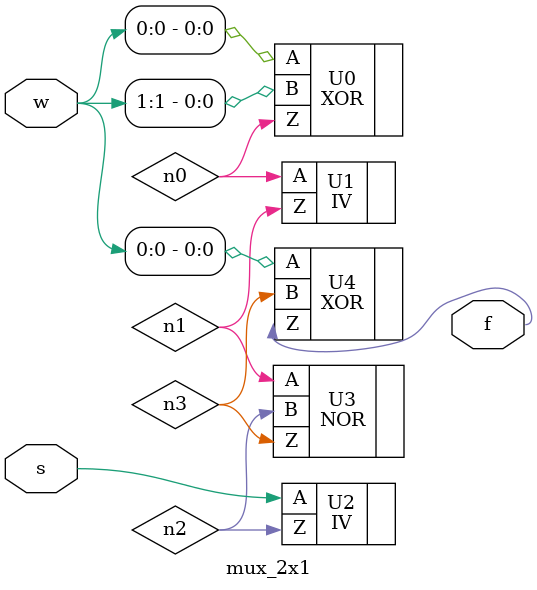
<source format=v>

module mux_2x1 ( s, w, f );
  input s;  //selector
  input [1:0] w;
  output f;
  wire   n0, n1, n2, n3;
  
  XOR U0 ( .A(w[0]), .B(w[1]), .Z(n0) );
  IV U1 ( .A(n0), .Z(n1) );
  IV U2 ( .A(s), .Z(n2) );
  NOR U3 ( .A(n1), .B(n2), .Z(n3) );
  XOR U4 ( .A(w[0]), .B(n3), .Z(f) );
  
endmodule


</source>
